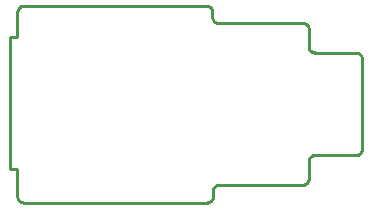
<source format=gbr>
G04 EAGLE Gerber RS-274X export*
G75*
%MOMM*%
%FSLAX34Y34*%
%LPD*%
%IN*%
%IPPOS*%
%AMOC8*
5,1,8,0,0,1.08239X$1,22.5*%
G01*
%ADD10C,0.254000*%


D10*
X4000Y27000D02*
X10000Y27000D01*
X10000Y3500D01*
X10019Y3064D01*
X10076Y2632D01*
X10170Y2206D01*
X10302Y1790D01*
X10468Y1387D01*
X10670Y1000D01*
X10904Y632D01*
X11170Y286D01*
X11464Y-36D01*
X11786Y-330D01*
X12132Y-596D01*
X12500Y-830D01*
X12887Y-1032D01*
X13290Y-1198D01*
X13706Y-1330D01*
X14132Y-1424D01*
X14564Y-1481D01*
X15000Y-1500D01*
X170500Y-1500D01*
X170936Y-1481D01*
X171368Y-1424D01*
X171794Y-1330D01*
X172210Y-1198D01*
X172613Y-1032D01*
X173000Y-830D01*
X173368Y-596D01*
X173714Y-330D01*
X174036Y-36D01*
X174330Y286D01*
X174596Y632D01*
X174830Y1000D01*
X175032Y1387D01*
X175198Y1790D01*
X175330Y2206D01*
X175424Y2632D01*
X175481Y3064D01*
X175500Y3500D01*
X175500Y8500D01*
X175519Y8936D01*
X175576Y9368D01*
X175670Y9794D01*
X175802Y10210D01*
X175968Y10613D01*
X176170Y11000D01*
X176404Y11368D01*
X176670Y11714D01*
X176964Y12036D01*
X177286Y12330D01*
X177632Y12596D01*
X178000Y12830D01*
X178387Y13032D01*
X178790Y13198D01*
X179206Y13330D01*
X179632Y13424D01*
X180064Y13481D01*
X180500Y13500D01*
X251500Y13500D01*
X251936Y13519D01*
X252368Y13576D01*
X252794Y13670D01*
X253210Y13802D01*
X253613Y13968D01*
X254000Y14170D01*
X254368Y14404D01*
X254714Y14670D01*
X255036Y14964D01*
X255330Y15286D01*
X255596Y15632D01*
X255830Y16000D01*
X256032Y16387D01*
X256198Y16790D01*
X256330Y17206D01*
X256424Y17632D01*
X256481Y18064D01*
X256500Y18500D01*
X256500Y33500D01*
X256519Y33936D01*
X256576Y34368D01*
X256670Y34794D01*
X256802Y35210D01*
X256968Y35613D01*
X257170Y36000D01*
X257404Y36368D01*
X257670Y36714D01*
X257964Y37036D01*
X258286Y37330D01*
X258632Y37596D01*
X259000Y37830D01*
X259387Y38032D01*
X259790Y38198D01*
X260206Y38330D01*
X260632Y38424D01*
X261064Y38481D01*
X261500Y38500D01*
X296500Y38500D01*
X296936Y38519D01*
X297368Y38576D01*
X297794Y38670D01*
X298210Y38802D01*
X298613Y38968D01*
X299000Y39170D01*
X299368Y39404D01*
X299714Y39670D01*
X300036Y39964D01*
X300330Y40286D01*
X300596Y40632D01*
X300830Y41000D01*
X301032Y41387D01*
X301198Y41790D01*
X301330Y42206D01*
X301424Y42632D01*
X301481Y43064D01*
X301500Y43500D01*
X301500Y120500D01*
X301481Y120936D01*
X301424Y121368D01*
X301330Y121794D01*
X301198Y122210D01*
X301032Y122613D01*
X300830Y123000D01*
X300596Y123368D01*
X300330Y123714D01*
X300036Y124036D01*
X299714Y124330D01*
X299368Y124596D01*
X299000Y124830D01*
X298613Y125032D01*
X298210Y125198D01*
X297794Y125330D01*
X297368Y125424D01*
X296936Y125481D01*
X296500Y125500D01*
X261500Y125500D01*
X261064Y125519D01*
X260632Y125576D01*
X260206Y125670D01*
X259790Y125802D01*
X259387Y125968D01*
X259000Y126170D01*
X258632Y126404D01*
X258286Y126670D01*
X257964Y126964D01*
X257670Y127286D01*
X257404Y127632D01*
X257170Y128000D01*
X256968Y128387D01*
X256802Y128790D01*
X256670Y129206D01*
X256576Y129632D01*
X256519Y130064D01*
X256500Y130500D01*
X256500Y145500D01*
X256481Y145936D01*
X256424Y146368D01*
X256330Y146794D01*
X256198Y147210D01*
X256032Y147613D01*
X255830Y148000D01*
X255596Y148368D01*
X255330Y148714D01*
X255036Y149036D01*
X254714Y149330D01*
X254368Y149596D01*
X254000Y149830D01*
X253613Y150032D01*
X253210Y150198D01*
X252794Y150330D01*
X252368Y150424D01*
X251936Y150481D01*
X251500Y150500D01*
X180000Y150500D01*
X179564Y150519D01*
X179132Y150576D01*
X178706Y150670D01*
X178290Y150802D01*
X177887Y150968D01*
X177500Y151170D01*
X177132Y151404D01*
X176786Y151670D01*
X176464Y151964D01*
X176170Y152286D01*
X175904Y152632D01*
X175670Y153000D01*
X175468Y153387D01*
X175302Y153790D01*
X175170Y154206D01*
X175076Y154632D01*
X175019Y155064D01*
X175000Y155500D01*
X175000Y160000D01*
X174981Y160436D01*
X174924Y160868D01*
X174830Y161294D01*
X174698Y161710D01*
X174532Y162113D01*
X174330Y162500D01*
X174096Y162868D01*
X173830Y163214D01*
X173536Y163536D01*
X173214Y163830D01*
X172868Y164096D01*
X172500Y164330D01*
X172113Y164532D01*
X171710Y164698D01*
X171294Y164830D01*
X170868Y164924D01*
X170436Y164981D01*
X170000Y165000D01*
X15000Y165000D01*
X14564Y164981D01*
X14132Y164924D01*
X13706Y164830D01*
X13290Y164698D01*
X12887Y164532D01*
X12500Y164330D01*
X12132Y164096D01*
X11786Y163830D01*
X11464Y163536D01*
X11170Y163214D01*
X10904Y162868D01*
X10670Y162500D01*
X10468Y162113D01*
X10302Y161710D01*
X10170Y161294D01*
X10076Y160868D01*
X10019Y160436D01*
X10000Y160000D01*
X10000Y138500D01*
X4000Y138500D01*
X4000Y27000D01*
M02*

</source>
